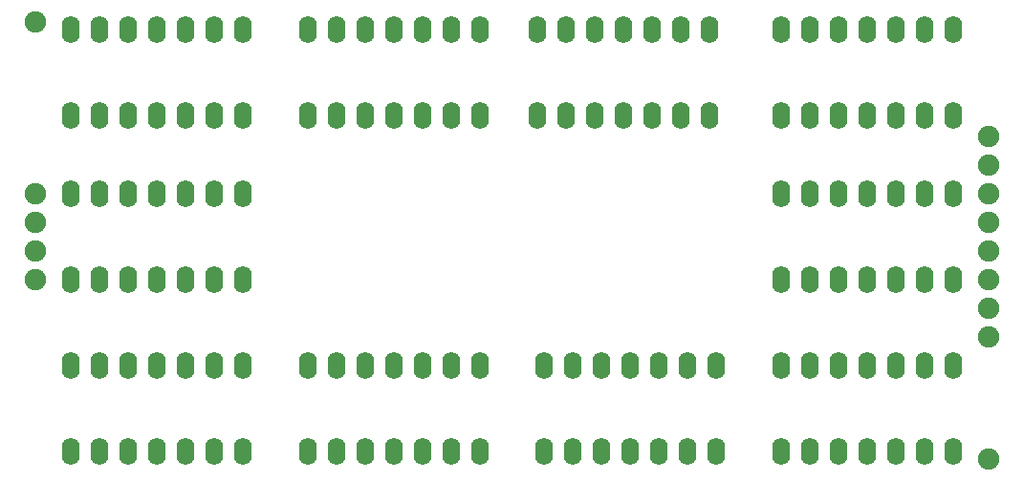
<source format=gbr>
G04 #@! TF.GenerationSoftware,KiCad,Pcbnew,(5.0.0)*
G04 #@! TF.CreationDate,2018-09-20T19:37:14-04:00*
G04 #@! TF.ProjectId,Register,52656769737465722E6B696361645F70,rev?*
G04 #@! TF.SameCoordinates,Original*
G04 #@! TF.FileFunction,Soldermask,Bot*
G04 #@! TF.FilePolarity,Negative*
%FSLAX46Y46*%
G04 Gerber Fmt 4.6, Leading zero omitted, Abs format (unit mm)*
G04 Created by KiCad (PCBNEW (5.0.0)) date 09/20/18 19:37:14*
%MOMM*%
%LPD*%
G01*
G04 APERTURE LIST*
%ADD10C,1.900000*%
%ADD11O,1.600000X2.400000*%
G04 APERTURE END LIST*
D10*
G04 #@! TO.C, *
X167640000Y-109855000D03*
G04 #@! TD*
G04 #@! TO.C, *
X83185000Y-71120000D03*
G04 #@! TD*
G04 #@! TO.C,J1*
X83185000Y-93980000D03*
X83185000Y-91440000D03*
X83185000Y-88900000D03*
X83185000Y-86360000D03*
G04 #@! TD*
G04 #@! TO.C,J2*
X167640000Y-99060000D03*
X167640000Y-96520000D03*
X167640000Y-93980000D03*
X167640000Y-91440000D03*
X167640000Y-88900000D03*
X167640000Y-86360000D03*
X167640000Y-83820000D03*
X167640000Y-81280000D03*
G04 #@! TD*
D11*
G04 #@! TO.C,U1*
X107315000Y-71755000D03*
X107315000Y-79375000D03*
X109855000Y-71755000D03*
X109855000Y-79375000D03*
X112395000Y-71755000D03*
X112395000Y-79375000D03*
X114935000Y-71755000D03*
X114935000Y-79375000D03*
X117475000Y-71755000D03*
X117475000Y-79375000D03*
X120015000Y-71755000D03*
X120015000Y-79375000D03*
X122555000Y-71755000D03*
X122555000Y-79375000D03*
G04 #@! TD*
G04 #@! TO.C,U2*
X122555000Y-109220000D03*
X122555000Y-101600000D03*
X120015000Y-109220000D03*
X120015000Y-101600000D03*
X117475000Y-109220000D03*
X117475000Y-101600000D03*
X114935000Y-109220000D03*
X114935000Y-101600000D03*
X112395000Y-109220000D03*
X112395000Y-101600000D03*
X109855000Y-109220000D03*
X109855000Y-101600000D03*
X107315000Y-109220000D03*
X107315000Y-101600000D03*
G04 #@! TD*
G04 #@! TO.C,U3*
X86360000Y-86360000D03*
X86360000Y-93980000D03*
X88900000Y-86360000D03*
X88900000Y-93980000D03*
X91440000Y-86360000D03*
X91440000Y-93980000D03*
X93980000Y-86360000D03*
X93980000Y-93980000D03*
X96520000Y-86360000D03*
X96520000Y-93980000D03*
X99060000Y-86360000D03*
X99060000Y-93980000D03*
X101600000Y-86360000D03*
X101600000Y-93980000D03*
G04 #@! TD*
G04 #@! TO.C,U4*
X164465000Y-79375000D03*
X164465000Y-71755000D03*
X161925000Y-79375000D03*
X161925000Y-71755000D03*
X159385000Y-79375000D03*
X159385000Y-71755000D03*
X156845000Y-79375000D03*
X156845000Y-71755000D03*
X154305000Y-79375000D03*
X154305000Y-71755000D03*
X151765000Y-79375000D03*
X151765000Y-71755000D03*
X149225000Y-79375000D03*
X149225000Y-71755000D03*
G04 #@! TD*
G04 #@! TO.C,U5*
X127635000Y-71755000D03*
X127635000Y-79375000D03*
X130175000Y-71755000D03*
X130175000Y-79375000D03*
X132715000Y-71755000D03*
X132715000Y-79375000D03*
X135255000Y-71755000D03*
X135255000Y-79375000D03*
X137795000Y-71755000D03*
X137795000Y-79375000D03*
X140335000Y-71755000D03*
X140335000Y-79375000D03*
X142875000Y-71755000D03*
X142875000Y-79375000D03*
G04 #@! TD*
G04 #@! TO.C,U6*
X164465000Y-109220000D03*
X164465000Y-101600000D03*
X161925000Y-109220000D03*
X161925000Y-101600000D03*
X159385000Y-109220000D03*
X159385000Y-101600000D03*
X156845000Y-109220000D03*
X156845000Y-101600000D03*
X154305000Y-109220000D03*
X154305000Y-101600000D03*
X151765000Y-109220000D03*
X151765000Y-101600000D03*
X149225000Y-109220000D03*
X149225000Y-101600000D03*
G04 #@! TD*
G04 #@! TO.C,U7*
X86360000Y-71755000D03*
X86360000Y-79375000D03*
X88900000Y-71755000D03*
X88900000Y-79375000D03*
X91440000Y-71755000D03*
X91440000Y-79375000D03*
X93980000Y-71755000D03*
X93980000Y-79375000D03*
X96520000Y-71755000D03*
X96520000Y-79375000D03*
X99060000Y-71755000D03*
X99060000Y-79375000D03*
X101600000Y-71755000D03*
X101600000Y-79375000D03*
G04 #@! TD*
G04 #@! TO.C,U8*
X143510000Y-109220000D03*
X143510000Y-101600000D03*
X140970000Y-109220000D03*
X140970000Y-101600000D03*
X138430000Y-109220000D03*
X138430000Y-101600000D03*
X135890000Y-109220000D03*
X135890000Y-101600000D03*
X133350000Y-109220000D03*
X133350000Y-101600000D03*
X130810000Y-109220000D03*
X130810000Y-101600000D03*
X128270000Y-109220000D03*
X128270000Y-101600000D03*
G04 #@! TD*
G04 #@! TO.C,U9*
X86360000Y-101600000D03*
X86360000Y-109220000D03*
X88900000Y-101600000D03*
X88900000Y-109220000D03*
X91440000Y-101600000D03*
X91440000Y-109220000D03*
X93980000Y-101600000D03*
X93980000Y-109220000D03*
X96520000Y-101600000D03*
X96520000Y-109220000D03*
X99060000Y-101600000D03*
X99060000Y-109220000D03*
X101600000Y-101600000D03*
X101600000Y-109220000D03*
G04 #@! TD*
G04 #@! TO.C,U10*
X164465000Y-93980000D03*
X164465000Y-86360000D03*
X161925000Y-93980000D03*
X161925000Y-86360000D03*
X159385000Y-93980000D03*
X159385000Y-86360000D03*
X156845000Y-93980000D03*
X156845000Y-86360000D03*
X154305000Y-93980000D03*
X154305000Y-86360000D03*
X151765000Y-93980000D03*
X151765000Y-86360000D03*
X149225000Y-93980000D03*
X149225000Y-86360000D03*
G04 #@! TD*
M02*

</source>
